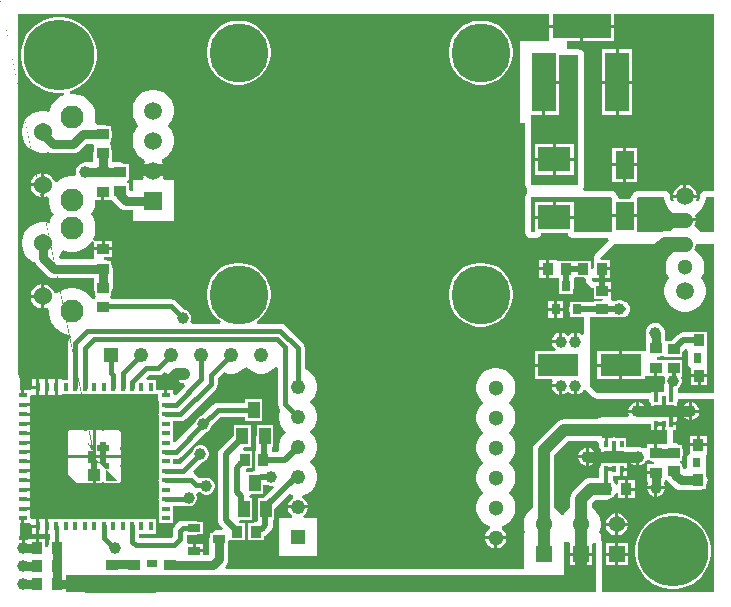
<source format=gtl>
G04*
G04 #@! TF.GenerationSoftware,Altium Limited,Altium Designer,24.5.2 (23)*
G04*
G04 Layer_Physical_Order=1*
G04 Layer_Color=255*
%FSLAX25Y25*%
%MOIN*%
G70*
G04*
G04 #@! TF.SameCoordinates,C9A36013-1EDC-4BB1-827E-2851C72F543B*
G04*
G04*
G04 #@! TF.FilePolarity,Positive*
G04*
G01*
G75*
%ADD19R,0.03150X0.01575*%
%ADD20R,0.01575X0.03150*%
%ADD21R,0.04016X0.03701*%
%ADD22R,0.03701X0.04016*%
%ADD23R,0.03937X0.05512*%
%ADD24R,0.06693X0.04331*%
%ADD25R,0.01378X0.02362*%
%ADD26R,0.03543X0.03937*%
%ADD27R,0.04331X0.02559*%
%ADD28R,0.03937X0.03543*%
%ADD29R,0.13780X0.07284*%
%ADD30R,0.03150X0.03543*%
%ADD31R,0.06102X0.09252*%
%ADD32R,0.11024X0.08465*%
%AMCUSTOMSHAPE61*
4,1,109,0.07875,-0.07874,0.03938,-0.07874,0.03938,-0.03937,0.04931,-0.03937,0.04931,-0.01956,0.04940,-0.01947,0.03941,-0.01947,0.03941,0.01965,0.03938,0.01968,0.04813,0.01968,0.04867,0.02022,0.04867,0.03990,0.03991,0.03990,0.03938,0.03937,0.03938,0.04933,0.03940,0.04936,0.01991,0.04936,0.01969,0.04959,0.01969,0.03937,0.01969,0.03937,0.00983,0.03937,0.00983,0.02016,0.01040,0.01958,0.01892,0.01958,0.01939,0.02006,0.01939,-0.02000,0.01932,-0.01992,0.01001,-0.01992,0.00962,-0.02031,0.00962,-0.03940,0.00964,-0.03937,0.01969,-0.03937,0.01969,-0.07874,-0.01968,-0.07874,-0.01968,-0.03937,-0.01915,-0.03884,-0.00986,-0.03884,-0.00978,-0.03876,-0.00978,-0.01976,-0.01956,-0.01976,-0.01988,-0.01945,-0.01988,0.01934,-0.01963,0.01959,-0.01033,0.01959,-0.00954,0.02037,-0.00954,0.03922,-0.00970,0.03938,-0.01967,0.03938,-0.01968,0.03937,-0.01968,0.04912,-0.01987,0.04931,-0.03942,0.04931,-0.03942,0.03943,-0.04915,0.03943,-0.04921,0.03937,-0.04921,0.01951,-0.03954,0.01951,-0.03937,0.01968,-0.03937,-0.01969,-0.04923,-0.01969,-0.04976,-0.01915,-0.04976,-0.03882,-0.03992,-0.03882,-0.03937,-0.03937,-0.03937,-0.07874,-0.05511,-0.07874,-0.07874,-0.05512,-0.07874,-0.03937,-0.06889,-0.03937,-0.06892,-0.03934,-0.06892,-0.01967,-0.07869,-0.01967,-0.07874,-0.01963,-0.07874,0.01968,-0.07873,0.01969,-0.06882,0.01969,-0.06884,0.01971,-0.06884,0.03937,-0.06890,0.03931,-0.07875,0.03931,-0.07874,0.03932,-0.07874,0.07874,-0.03937,0.07874,-0.03932,0.07870,-0.03932,0.06879,-0.03921,0.06890,-0.01968,0.06890,-0.01963,0.06896,-0.01963,0.07874,-0.01962,0.07874,0.01969,0.07874,0.01968,0.07873,0.01968,0.06884,0.03920,0.06884,0.03939,0.06866,0.03939,0.07844,0.03938,0.07874,0.07875,0.07874,0.07875,0.03937,0.06888,0.03937,0.06888,0.02007,0.06924,0.01971,0.07872,0.01971,0.07872,-0.01966,0.06886,-0.01966,0.06835,-0.01915,0.06835,-0.03884,0.07821,-0.03884,0.07875,-0.03937,0.07875,-0.07874,0.0*%
%ADD61CUSTOMSHAPE61*%

%ADD62C,0.03150*%
%ADD63C,0.01575*%
%ADD64C,0.05906*%
%ADD65C,0.03937*%
%ADD66C,0.01968*%
%ADD67C,0.01378*%
%ADD68C,0.03543*%
%ADD69C,0.05118*%
%ADD70C,0.04803*%
%ADD71R,0.04803X0.04803*%
%ADD72R,0.04803X0.04803*%
%ADD73C,0.05906*%
%ADD74R,0.05906X0.05906*%
%ADD75C,0.05118*%
%ADD76C,0.05394*%
%ADD77R,0.05394X0.05394*%
%ADD78C,0.07677*%
%ADD79C,0.06063*%
%ADD80R,0.19685X0.07874*%
%ADD81R,0.07874X0.19685*%
%ADD82C,0.03937*%
%ADD83C,0.19685*%
%ADD84C,0.23622*%
G36*
X234213Y135831D02*
X231382D01*
X230614Y135679D01*
X229963Y135243D01*
X229528Y134592D01*
X229375Y133824D01*
Y133539D01*
X229188Y132596D01*
X229180Y132578D01*
X228246Y132412D01*
X228173Y132490D01*
X228176Y132494D01*
X228445Y133499D01*
Y133520D01*
X224493D01*
X220540D01*
Y133499D01*
X220809Y132494D01*
X220812Y132490D01*
X220740Y132412D01*
X219805Y132578D01*
X219798Y132596D01*
X219610Y133539D01*
Y133824D01*
X219457Y134592D01*
X219022Y135243D01*
X218371Y135679D01*
X217603Y135831D01*
X208764D01*
X208504Y135780D01*
X208240Y135762D01*
X208123Y135704D01*
X207995Y135679D01*
X207775Y135531D01*
X207538Y135414D01*
X207453Y135316D01*
X207344Y135243D01*
X207197Y135023D01*
X207023Y134824D01*
X206652Y134178D01*
X206610Y134054D01*
X206538Y133946D01*
X206486Y133686D01*
X206402Y133435D01*
X205748Y132978D01*
X202934D01*
X202280Y133435D01*
X202196Y133686D01*
X202144Y133946D01*
X202072Y134054D01*
X202030Y134178D01*
X201659Y134824D01*
X201485Y135023D01*
X201338Y135243D01*
X201230Y135316D01*
X201144Y135414D01*
X200907Y135531D01*
X200687Y135679D01*
X200559Y135704D01*
X200443Y135762D01*
X200179Y135780D01*
X199919Y135831D01*
X190921D01*
X190903Y135850D01*
X190566Y136631D01*
X190831Y137027D01*
X190983Y137795D01*
Y181102D01*
X190831Y181870D01*
X190396Y182522D01*
X189744Y182957D01*
X188976Y183109D01*
X185293D01*
Y185707D01*
X189517D01*
Y190144D01*
X179175D01*
Y185919D01*
X169545D01*
Y158360D01*
X171221D01*
Y137795D01*
X171374Y137027D01*
X171809Y136376D01*
X171937Y136291D01*
Y135329D01*
X171809Y135243D01*
X171374Y134592D01*
X171221Y133824D01*
Y122047D01*
X171374Y121279D01*
X171809Y120628D01*
X172460Y120193D01*
X173228Y120040D01*
X174476D01*
X175243Y120193D01*
X175895Y120628D01*
X176330Y121279D01*
X176467Y121970D01*
X185507D01*
X185645Y121279D01*
X186080Y120628D01*
X186731Y120193D01*
X187499Y120040D01*
X198748D01*
X199079Y119240D01*
X194840Y115001D01*
X194404Y114350D01*
X194252Y113582D01*
X194279Y113443D01*
X194094Y112642D01*
X194094D01*
Y110203D01*
X193515Y109648D01*
X193175Y109715D01*
Y112643D01*
X187874D01*
Y112643D01*
X187583Y112643D01*
Y112643D01*
X182363D01*
X182282Y112643D01*
X181563Y112836D01*
Y112843D01*
X179212D01*
Y109835D01*
Y106827D01*
X181537D01*
X181563Y106827D01*
X182337Y106766D01*
Y104231D01*
X182425Y103563D01*
X182529Y103312D01*
Y101617D01*
X187279D01*
Y103243D01*
X187412Y103563D01*
X187500Y104231D01*
Y106382D01*
X187874Y107027D01*
X190859D01*
X191555Y106342D01*
X191587Y106023D01*
X191597Y105704D01*
X191627Y105636D01*
X191635Y105563D01*
X191787Y105281D01*
X191918Y104990D01*
X192129Y104693D01*
X192288Y104544D01*
X192418Y104369D01*
X192853Y103976D01*
X193147Y103800D01*
X193431Y103610D01*
X193481Y103600D01*
X193525Y103574D01*
X193864Y103524D01*
X194019Y103493D01*
Y99964D01*
X196985D01*
X197097Y99844D01*
X197088Y99734D01*
X196846Y99279D01*
X196498Y99044D01*
X194019D01*
Y98896D01*
X188448D01*
X188376Y98886D01*
X186073D01*
Y97269D01*
X185954Y96983D01*
X185866Y96315D01*
X185954Y95647D01*
X186073Y95361D01*
Y93743D01*
X188376D01*
X188448Y93734D01*
X190906D01*
Y88045D01*
X190106Y87714D01*
X189815Y88005D01*
X189138Y88396D01*
X188492Y88569D01*
Y85630D01*
X187492D01*
Y88569D01*
X186846Y88396D01*
X186169Y88005D01*
X186070Y87906D01*
X185531Y87515D01*
X184993Y87906D01*
X184894Y88005D01*
X184217Y88396D01*
X183571Y88569D01*
Y85630D01*
X183071D01*
Y85130D01*
X180132D01*
X180305Y84484D01*
X180695Y83807D01*
X181248Y83254D01*
X181379Y83179D01*
X181165Y82379D01*
X174361D01*
Y78237D01*
X182250D01*
Y77237D01*
X174361D01*
Y73095D01*
X180011D01*
X180468Y72295D01*
X180305Y72012D01*
X180132Y71366D01*
X183071D01*
Y70866D01*
X183571D01*
Y67927D01*
X184217Y68100D01*
X184894Y68491D01*
X184993Y68590D01*
X185531Y68981D01*
X186070Y68590D01*
X186169Y68491D01*
X186846Y68100D01*
X187492Y67927D01*
Y70866D01*
X188492D01*
Y67927D01*
X189138Y68100D01*
X189815Y68491D01*
X190367Y69043D01*
X190569Y69392D01*
X191434Y69476D01*
X191488Y69457D01*
X191494Y69447D01*
X193749Y67192D01*
X194400Y66757D01*
X195168Y66605D01*
X212474D01*
Y66572D01*
X212649Y65689D01*
X212994Y65172D01*
Y62938D01*
X217341D01*
X221687D01*
Y65172D01*
X222032Y65689D01*
X222208Y66572D01*
Y66605D01*
X234213D01*
Y2007D01*
X196889D01*
Y18387D01*
X196876Y18452D01*
X196885Y18518D01*
X196800Y18834D01*
X196736Y19155D01*
X196699Y19210D01*
X196682Y19274D01*
X196483Y19534D01*
X196439Y19600D01*
Y21319D01*
X196439D01*
X195923Y22119D01*
X196184Y22750D01*
X196439Y24032D01*
Y25338D01*
X196184Y26620D01*
X195684Y27827D01*
X194958Y28914D01*
X194034Y29838D01*
X193379Y30275D01*
Y31829D01*
X194526Y32975D01*
X198136D01*
X199061Y33097D01*
X199923Y33454D01*
X200177Y33649D01*
X200839D01*
Y34252D01*
X201231Y34762D01*
X201389Y35144D01*
X202189Y34985D01*
Y33449D01*
X204461D01*
Y36417D01*
Y39386D01*
X202189D01*
Y38114D01*
X201389Y37955D01*
X201231Y38336D01*
X200839Y38846D01*
Y39186D01*
X200520D01*
X200476Y39220D01*
Y40802D01*
X200787D01*
X201612Y40966D01*
X201658Y40929D01*
Y40929D01*
X202847D01*
Y42117D01*
X202920Y42227D01*
X203096Y43110D01*
X203346D01*
Y43610D01*
X205035D01*
Y44079D01*
X205134D01*
Y45624D01*
X205234Y45682D01*
X206286Y45421D01*
X206839Y44869D01*
X207516Y44478D01*
X208161Y44305D01*
Y47244D01*
X209161D01*
Y44305D01*
X209807Y44478D01*
X210484Y44869D01*
X211037Y45421D01*
X211258Y45805D01*
X211995Y46050D01*
X211995Y46050D01*
X211995Y46050D01*
X212929D01*
X213214Y45832D01*
X213981Y45514D01*
X214082Y45501D01*
X214030Y44701D01*
X211795D01*
Y42429D01*
X214763D01*
Y41429D01*
X211795D01*
Y39158D01*
X211795D01*
X212234Y38357D01*
X212059Y38055D01*
X211886Y37409D01*
X217764D01*
X217591Y38055D01*
X217417Y38357D01*
X217732Y39158D01*
X217781Y39290D01*
X217889Y39347D01*
X218532Y39473D01*
X218919Y38969D01*
X220764Y37124D01*
X221422Y36619D01*
X222188Y36301D01*
X223010Y36193D01*
X228895D01*
X229717Y36301D01*
X230441Y36602D01*
X231466D01*
Y37548D01*
X231646Y37782D01*
X231963Y38548D01*
X232071Y39370D01*
X231963Y40192D01*
X231646Y40958D01*
X231466Y41192D01*
Y42139D01*
X231466D01*
X231339Y42933D01*
X231492Y43701D01*
Y46850D01*
X231380Y47413D01*
X231666Y48213D01*
X231666D01*
Y50681D01*
X228895D01*
X226123D01*
Y48550D01*
X225704Y48270D01*
X225269Y47618D01*
X225116Y46850D01*
Y43805D01*
X224972Y43578D01*
X224446Y43125D01*
X224104Y43183D01*
X223916Y43636D01*
X223540Y44126D01*
Y44973D01*
X223361D01*
X222959Y45497D01*
X222911Y45773D01*
X223027Y45893D01*
X223540D01*
Y47092D01*
X223801Y47721D01*
X223909Y48543D01*
X223801Y49365D01*
X223540Y49995D01*
Y51194D01*
X222464D01*
X222281Y51334D01*
X221515Y51651D01*
X220693Y51759D01*
X220511D01*
Y56123D01*
X221589D01*
Y57804D01*
X219900D01*
Y58804D01*
X221589D01*
Y59273D01*
X221687D01*
Y61938D01*
X217341D01*
X212994D01*
Y60311D01*
X211687D01*
X211225Y61111D01*
X211329Y61291D01*
X211502Y61937D01*
X205624D01*
X205797Y61291D01*
X205901Y61111D01*
X205439Y60311D01*
X196739D01*
X195971Y60158D01*
X195320Y59723D01*
X195289Y59676D01*
X184055D01*
X183130Y59554D01*
X182268Y59197D01*
X181528Y58630D01*
X174800Y51902D01*
X174232Y51161D01*
X173875Y50300D01*
X173753Y49374D01*
Y30275D01*
X173098Y29838D01*
X172174Y28914D01*
X171448Y27827D01*
X170948Y26620D01*
X170693Y25338D01*
Y24032D01*
X170948Y22750D01*
X171210Y22119D01*
X170693Y21319D01*
X170693D01*
Y9824D01*
X71450D01*
X71144Y10564D01*
X71341Y10760D01*
X71846Y11418D01*
X72163Y12184D01*
X72271Y13006D01*
Y18702D01*
X72604Y19365D01*
X73071Y19365D01*
X77905D01*
Y24980D01*
X76311D01*
X75904Y25481D01*
X76222Y26214D01*
X80112D01*
Y33326D01*
X79348D01*
X79224Y34126D01*
X79836Y34873D01*
X79843Y34875D01*
X83852D01*
Y37773D01*
X85550D01*
X86250Y37586D01*
X86979D01*
X87105Y37620D01*
X87519Y36902D01*
X83942Y33326D01*
X82056D01*
Y26214D01*
X81532Y25631D01*
X81051Y25431D01*
X80516Y25021D01*
X80475Y24980D01*
X78825D01*
Y19365D01*
X84125D01*
Y20698D01*
X84161Y20703D01*
X84783Y20961D01*
X85318Y21371D01*
X86471Y22524D01*
X86881Y23059D01*
X87139Y23681D01*
X87227Y24349D01*
Y26214D01*
X87593D01*
Y29675D01*
X92676Y34758D01*
X93579Y34384D01*
X93762Y34348D01*
X93874Y33510D01*
X93340Y33201D01*
X92706Y32568D01*
X92258Y31792D01*
X92041Y30979D01*
X95428D01*
X98816D01*
X98598Y31792D01*
X98150Y32568D01*
X97517Y33201D01*
X96982Y33510D01*
X97095Y34348D01*
X97277Y34384D01*
X98431Y34862D01*
X99469Y35556D01*
X100352Y36439D01*
X101045Y37477D01*
X101523Y38630D01*
X101767Y39855D01*
Y41104D01*
X101523Y42328D01*
X101045Y43482D01*
X100352Y44520D01*
X99940Y44931D01*
X99527Y45479D01*
X99940Y46027D01*
X100352Y46439D01*
X101045Y47477D01*
X101523Y48630D01*
X101767Y49855D01*
Y51104D01*
X101523Y52328D01*
X101045Y53482D01*
X100352Y54520D01*
X99940Y54931D01*
X99527Y55479D01*
X99940Y56027D01*
X100352Y56439D01*
X101045Y57477D01*
X101523Y58630D01*
X101767Y59855D01*
Y61103D01*
X101523Y62328D01*
X101045Y63482D01*
X100352Y64520D01*
X99940Y64931D01*
X99527Y65479D01*
X99940Y66027D01*
X100352Y66439D01*
X101045Y67477D01*
X101523Y68630D01*
X101767Y69855D01*
Y71104D01*
X101523Y72328D01*
X101045Y73482D01*
X100352Y74520D01*
X99469Y75403D01*
X98431Y76096D01*
X97837Y76342D01*
Y83410D01*
X97653Y84332D01*
X97131Y85113D01*
X91352Y90892D01*
X90571Y91414D01*
X89649Y91597D01*
X81927D01*
X81667Y92397D01*
X82642Y93106D01*
X83826Y94290D01*
X84811Y95645D01*
X85571Y97138D01*
X86089Y98731D01*
X86351Y100386D01*
Y102061D01*
X86089Y103715D01*
X85571Y105308D01*
X84811Y106801D01*
X83826Y108156D01*
X82642Y109341D01*
X81286Y110326D01*
X79794Y111086D01*
X78201Y111604D01*
X76546Y111866D01*
X74871D01*
X73216Y111604D01*
X71623Y111086D01*
X70130Y110326D01*
X68775Y109341D01*
X67591Y108156D01*
X66606Y106801D01*
X65846Y105308D01*
X65328Y103715D01*
X65066Y102061D01*
Y100386D01*
X65328Y98731D01*
X65846Y97138D01*
X66606Y95645D01*
X67591Y94290D01*
X68775Y93106D01*
X69750Y92397D01*
X69490Y91597D01*
X60106D01*
X59645Y92397D01*
X59666Y92435D01*
X59855Y93139D01*
Y93868D01*
X59666Y94573D01*
X59302Y95204D01*
X58786Y95719D01*
X58155Y96084D01*
X57824Y96172D01*
X54931Y99065D01*
X54150Y99587D01*
X53228Y99771D01*
X33320D01*
Y99934D01*
X33116D01*
X32745Y100734D01*
X32846Y100854D01*
X33320D01*
Y102052D01*
X33580Y102682D01*
X33689Y103504D01*
Y109843D01*
X33580Y110665D01*
X33280Y111389D01*
Y112414D01*
X32334D01*
X32100Y112594D01*
X31334Y112911D01*
X30933Y112964D01*
X30986Y113764D01*
X33480D01*
Y116035D01*
X30512D01*
X27543D01*
Y113819D01*
X27543Y113764D01*
X27409Y113019D01*
X16009D01*
X15677Y113819D01*
X15814Y113956D01*
X16577Y115098D01*
X17047Y116231D01*
X17937Y115863D01*
X19439Y115564D01*
X20970D01*
X22473Y115863D01*
X23888Y116449D01*
X25161Y117300D01*
X26244Y118383D01*
X26743Y119130D01*
X27543Y118887D01*
Y117035D01*
X30012D01*
Y119307D01*
X27791D01*
X27228Y119976D01*
X27681Y121071D01*
X27980Y122573D01*
Y124105D01*
X27681Y125607D01*
X27095Y127023D01*
X26365Y128116D01*
X27095Y129210D01*
X27681Y130625D01*
X27980Y132127D01*
Y132688D01*
X29887D01*
Y135459D01*
X30887D01*
Y132688D01*
X33355D01*
X33965Y132229D01*
X35802Y130392D01*
X36460Y129887D01*
X37226Y129569D01*
X38049Y129461D01*
X40354D01*
Y125748D01*
X54134D01*
Y139528D01*
X50731D01*
X50475Y140328D01*
X50928Y141112D01*
X51197Y142117D01*
Y142138D01*
X47244D01*
X43291D01*
Y142117D01*
X43561Y141112D01*
X44014Y140328D01*
X43757Y139528D01*
X40354D01*
Y135815D01*
X39380D01*
Y135853D01*
X39272Y136675D01*
X39011Y137305D01*
Y138504D01*
X38558D01*
X38418Y138715D01*
X38773Y139423D01*
X39011D01*
Y140891D01*
X39193Y141330D01*
X39302Y142152D01*
X39193Y142975D01*
X39011Y143414D01*
Y144724D01*
X37947D01*
X37713Y144904D01*
X36947Y145221D01*
X36125Y145329D01*
X33583D01*
Y148347D01*
X33603Y148496D01*
X33495Y149318D01*
X33234Y149948D01*
Y151147D01*
X32989D01*
X32717Y151606D01*
X32989Y152066D01*
X33234D01*
Y153265D01*
X33495Y153894D01*
X33603Y154717D01*
X33495Y155539D01*
X33234Y156168D01*
Y157367D01*
X32146D01*
X32015Y157468D01*
X31249Y157785D01*
X30426Y157894D01*
X28350D01*
X27775Y158694D01*
X27980Y159725D01*
Y161257D01*
X27681Y162759D01*
X27095Y164174D01*
X26244Y165448D01*
X25161Y166531D01*
X23888Y167382D01*
X22473Y167968D01*
X20970Y168267D01*
X19643D01*
X19516Y169067D01*
X20589Y169415D01*
X22358Y170316D01*
X23964Y171483D01*
X25367Y172887D01*
X26534Y174493D01*
X27435Y176261D01*
X28049Y178149D01*
X28359Y180110D01*
Y182095D01*
X28049Y184055D01*
X27435Y185943D01*
X26534Y187712D01*
X25367Y189318D01*
X23964Y190721D01*
X22358Y191888D01*
X20589Y192789D01*
X18701Y193403D01*
X16740Y193713D01*
X14755D01*
X12795Y193403D01*
X10907Y192789D01*
X9138Y191888D01*
X7532Y190721D01*
X6129Y189318D01*
X4962Y187712D01*
X4061Y185943D01*
X3447Y184055D01*
X3137Y182095D01*
Y180110D01*
X3447Y178149D01*
X4061Y176261D01*
X4962Y174493D01*
X6129Y172887D01*
X7532Y171483D01*
X9138Y170316D01*
X10907Y169415D01*
X12795Y168802D01*
X14755Y168491D01*
X16740D01*
X17338Y168586D01*
X17557Y167811D01*
X16522Y167382D01*
X15248Y166531D01*
X14165Y165448D01*
X13314Y164174D01*
X12728Y162759D01*
X12650Y162366D01*
X12434Y162251D01*
X11088Y162519D01*
X9715D01*
X8369Y162251D01*
X7101Y161726D01*
X5959Y160963D01*
X4989Y159992D01*
X4226Y158851D01*
X3701Y157583D01*
X3433Y156237D01*
Y154864D01*
X3701Y153517D01*
X4226Y152249D01*
X4989Y151108D01*
X5959Y150137D01*
X7101Y149375D01*
X8369Y148849D01*
X9715Y148582D01*
X11088D01*
X12176Y148798D01*
X12881Y148506D01*
X13703Y148398D01*
X20552D01*
X21374Y148506D01*
X22140Y148824D01*
X22798Y149328D01*
X25010Y151540D01*
X26981D01*
X27619Y151147D01*
Y149976D01*
X27338Y149299D01*
X27230Y148477D01*
Y145356D01*
X24861D01*
X24656Y145383D01*
X23834Y145275D01*
X23068Y144957D01*
X22410Y144453D01*
X21905Y143795D01*
X21587Y143028D01*
X21479Y142206D01*
X21587Y141384D01*
X21598Y141359D01*
X21022Y140658D01*
X20970Y140668D01*
X19439D01*
X17937Y140369D01*
X16522Y139783D01*
X15248Y138932D01*
X15138Y138823D01*
X14246Y139062D01*
X14158Y139390D01*
X13627Y140309D01*
X12877Y141060D01*
X11958Y141590D01*
X10932Y141865D01*
X10902D01*
Y137834D01*
Y133802D01*
X10932D01*
X11682Y134003D01*
X11994Y133859D01*
X12286Y133623D01*
X12429Y133425D01*
Y132127D01*
X12728Y130625D01*
X13314Y129210D01*
X14045Y128116D01*
X13314Y127023D01*
X12728Y125607D01*
X12650Y125214D01*
X12434Y125099D01*
X11088Y125367D01*
X9715D01*
X8369Y125099D01*
X7101Y124574D01*
X5959Y123811D01*
X4989Y122841D01*
X4226Y121699D01*
X3701Y120431D01*
X3433Y119085D01*
Y117712D01*
X3701Y116366D01*
X4226Y115098D01*
X4989Y113956D01*
X5959Y112986D01*
X7101Y112223D01*
X7685Y111981D01*
X8155Y111368D01*
X11927Y107596D01*
X12585Y107091D01*
X13351Y106774D01*
X14173Y106666D01*
X27335D01*
Y103504D01*
X27443Y102682D01*
X27704Y102052D01*
Y100854D01*
X28177D01*
X28278Y100734D01*
X27907Y99934D01*
X27704D01*
Y99934D01*
X26904Y99710D01*
X26244Y100698D01*
X25161Y101781D01*
X23888Y102632D01*
X22473Y103218D01*
X20970Y103516D01*
X19439D01*
X17937Y103218D01*
X16522Y102632D01*
X15248Y101781D01*
X15138Y101671D01*
X14246Y101910D01*
X14158Y102238D01*
X13627Y103157D01*
X12877Y103908D01*
X11958Y104439D01*
X10932Y104713D01*
X10902D01*
Y100682D01*
Y96650D01*
X10932D01*
X11682Y96851D01*
X11994Y96707D01*
X12286Y96471D01*
X12429Y96273D01*
Y94975D01*
X12728Y93473D01*
X13314Y92058D01*
X14165Y90784D01*
X15248Y89701D01*
X16522Y88850D01*
X17937Y88264D01*
X19439Y87965D01*
X19538D01*
X19844Y87226D01*
X19557Y86939D01*
X19035Y86158D01*
X18851Y85236D01*
Y72847D01*
X16748D01*
Y73047D01*
X15461D01*
Y70473D01*
Y67898D01*
X16748D01*
Y68098D01*
X21091D01*
X21260Y68064D01*
X21429Y68098D01*
X24240D01*
X24409Y68064D01*
X24579Y68098D01*
X33689D01*
X33858Y68064D01*
X34028Y68098D01*
X36838D01*
X37008Y68064D01*
X37177Y68098D01*
X39988D01*
X40157Y68064D01*
X40327Y68098D01*
X48044D01*
Y68098D01*
X48803Y67999D01*
Y65929D01*
X49003D01*
Y64736D01*
X48970Y64567D01*
X49003Y64398D01*
Y61587D01*
X48970Y61417D01*
X49003Y61248D01*
Y56680D01*
Y53531D01*
Y48988D01*
X48970Y48819D01*
X49003Y48650D01*
Y47232D01*
Y42689D01*
X48970Y42520D01*
X49003Y42350D01*
Y39539D01*
X48970Y39370D01*
X49003Y39201D01*
Y37783D01*
Y33240D01*
X48970Y33071D01*
X49003Y32901D01*
Y28334D01*
Y25184D01*
X53753D01*
Y28334D01*
Y30662D01*
X58661D01*
X58831Y30696D01*
X59420D01*
X60124Y30885D01*
X60755Y31249D01*
X61270Y31765D01*
X61635Y32396D01*
X61824Y33100D01*
Y33829D01*
X61635Y34533D01*
X61570Y34645D01*
X62032Y35445D01*
X63002D01*
X63261Y35186D01*
X63892Y34822D01*
X64596Y34633D01*
X65325D01*
X66029Y34822D01*
X66660Y35186D01*
X67176Y35702D01*
X67541Y36333D01*
X67729Y37037D01*
Y37766D01*
X67541Y38470D01*
X67176Y39101D01*
X66660Y39617D01*
X66029Y39981D01*
X65325Y40170D01*
X64971D01*
X64509Y40262D01*
X62357D01*
X61546Y41073D01*
X60843Y41542D01*
X60707Y41782D01*
X60531Y42361D01*
X63730Y45560D01*
X64061Y45649D01*
X64692Y46013D01*
X65207Y46528D01*
X65572Y47160D01*
X65761Y47864D01*
Y48593D01*
X65572Y49297D01*
X65207Y49928D01*
X64692Y50444D01*
X64061Y50808D01*
X63357Y50997D01*
X62628D01*
X61923Y50808D01*
X61292Y50444D01*
X60777Y49928D01*
X60412Y49297D01*
X60324Y48966D01*
X56286Y44928D01*
X53753D01*
Y46410D01*
X54724D01*
X55646Y46594D01*
X56428Y47116D01*
X64714Y55402D01*
X65045Y55491D01*
X65676Y55856D01*
X66192Y56371D01*
X66556Y57002D01*
X66645Y57333D01*
X69747Y60435D01*
X77945D01*
Y59288D01*
X83482D01*
Y66399D01*
X77945D01*
Y65252D01*
X68749D01*
X67827Y65069D01*
X67046Y64547D01*
X63239Y60739D01*
X62908Y60651D01*
X62277Y60286D01*
X61761Y59771D01*
X61397Y59140D01*
X61308Y58808D01*
X54492Y51992D01*
X53753Y52299D01*
Y56680D01*
Y59009D01*
X56315D01*
X57237Y59192D01*
X58018Y59714D01*
X68042Y69738D01*
X68564Y70519D01*
X68747Y71441D01*
Y73375D01*
X70826Y75453D01*
X71420Y75207D01*
X72644Y74964D01*
X73893D01*
X75117Y75207D01*
X76271Y75685D01*
X77309Y76379D01*
X77720Y76790D01*
X78268Y77204D01*
X78816Y76790D01*
X79228Y76379D01*
X80266Y75685D01*
X81420Y75207D01*
X82644Y74964D01*
X83893D01*
X85117Y75207D01*
X86271Y75685D01*
X87309Y76379D01*
X88031Y77100D01*
X88831Y76872D01*
Y64668D01*
X89014Y63747D01*
X89536Y62965D01*
X89579Y62922D01*
X89333Y62328D01*
X89090Y61103D01*
Y59855D01*
X89333Y58630D01*
X89811Y57477D01*
X90505Y56439D01*
X90916Y56027D01*
X91330Y55479D01*
X90916Y54931D01*
X90505Y54520D01*
X89811Y53482D01*
X89333Y52328D01*
X89090Y51104D01*
Y49855D01*
X89177Y49413D01*
X88670Y48795D01*
X86751D01*
Y50626D01*
X87222D01*
Y57738D01*
X81685D01*
Y54587D01*
X81676Y54566D01*
X81588Y53898D01*
Y49022D01*
X81235D01*
Y43406D01*
X81235Y43406D01*
X81209Y42617D01*
X80778Y42438D01*
X80243Y42028D01*
X80202Y41987D01*
X78316D01*
Y41987D01*
X78243Y42010D01*
X78021Y42920D01*
X78033Y42932D01*
X78089Y42955D01*
X78624Y43365D01*
X78665Y43406D01*
X80315D01*
Y49022D01*
X77635D01*
X77128Y49822D01*
X77279Y50175D01*
X77814Y50585D01*
X77855Y50626D01*
X79742D01*
Y57738D01*
X74205D01*
Y54431D01*
X73950Y54236D01*
X69576Y49862D01*
X69166Y49327D01*
X68908Y48705D01*
X68820Y48037D01*
Y26183D01*
X68908Y25515D01*
X69166Y24893D01*
X69576Y24358D01*
X70596Y23338D01*
X70143Y22660D01*
X69917Y22754D01*
X69095Y22862D01*
X68272Y22754D01*
X67506Y22436D01*
X66848Y21931D01*
X66720Y21765D01*
X66129D01*
Y20756D01*
X66026Y20507D01*
X65918Y19685D01*
Y14338D01*
X63992D01*
Y15405D01*
X60827D01*
Y15905D01*
X60327D01*
Y18185D01*
X58830D01*
X58372Y18985D01*
X58511Y19685D01*
Y21056D01*
X60827D01*
X61748Y21239D01*
X61966Y21385D01*
X63792D01*
Y25544D01*
X61966D01*
X61748Y25690D01*
X60827Y25873D01*
X57025D01*
X56103Y25690D01*
X55322Y25168D01*
X54399Y24245D01*
X53877Y23464D01*
X53694Y22542D01*
Y20683D01*
X53136Y20125D01*
X42566D01*
Y21641D01*
X48044D01*
Y26391D01*
X40327D01*
X40157Y26424D01*
X39988Y26391D01*
X30878D01*
X30709Y26424D01*
X30539Y26391D01*
X13598D01*
Y26591D01*
X12311D01*
Y24016D01*
Y21441D01*
X12751D01*
Y19465D01*
X12651D01*
Y18518D01*
X12471Y18284D01*
X12154Y17518D01*
X12101Y17118D01*
X11301Y17170D01*
Y19665D01*
X9030D01*
Y16696D01*
X8030D01*
Y19665D01*
X5758D01*
X5758Y19665D01*
X4958Y19532D01*
X4437Y19671D01*
Y16732D01*
X3437D01*
Y19671D01*
X2973Y19547D01*
X2560Y19967D01*
X2446Y20199D01*
X2642Y20492D01*
X2795Y21260D01*
Y24984D01*
X3240D01*
Y26772D01*
X4240D01*
Y24984D01*
X6315D01*
X6776Y24516D01*
X8161D01*
Y26591D01*
X6874D01*
X6315Y27159D01*
Y29421D01*
X3740D01*
Y30421D01*
X6315D01*
Y31284D01*
Y32571D01*
X3740D01*
Y33571D01*
X6315D01*
Y34433D01*
Y35721D01*
X3740D01*
Y36720D01*
X6315D01*
Y37583D01*
Y38870D01*
X3740D01*
Y39870D01*
X6315D01*
Y40732D01*
Y42020D01*
X3740D01*
Y43020D01*
X6315D01*
Y43882D01*
Y45169D01*
X3740D01*
Y46169D01*
X6315D01*
Y47032D01*
Y48319D01*
X3740D01*
Y49319D01*
X6315D01*
Y50181D01*
Y51468D01*
X3740D01*
Y52469D01*
X6315D01*
Y53331D01*
Y54618D01*
X3740D01*
Y55618D01*
X6315D01*
Y56480D01*
Y57768D01*
X3740D01*
Y58768D01*
X6315D01*
Y59630D01*
Y60917D01*
X3740D01*
Y61917D01*
X6315D01*
Y62779D01*
Y64067D01*
X3740D01*
Y65067D01*
X6315D01*
Y67329D01*
X6874Y67898D01*
X7115Y67898D01*
X8161D01*
Y69972D01*
X6776D01*
X6315Y69504D01*
X6074Y69504D01*
X4240D01*
Y67716D01*
X3240D01*
Y69504D01*
X2795D01*
Y73228D01*
X2642Y73996D01*
X2207Y74648D01*
X2007Y74781D01*
Y194843D01*
X179175D01*
Y191144D01*
X200860D01*
Y194843D01*
X234213D01*
Y135831D01*
D02*
G37*
G36*
X188976Y137795D02*
X173228D01*
Y161297D01*
X176919D01*
Y172140D01*
X177419D01*
Y172640D01*
X182356D01*
Y181102D01*
X188976D01*
Y137795D01*
D02*
G37*
G36*
X234213Y122047D02*
X229783D01*
X229538Y122413D01*
X228634Y123318D01*
X227570Y124028D01*
X227499Y124235D01*
X227809Y124772D01*
X228043Y125646D01*
X224493D01*
X220942D01*
X221176Y124772D01*
X221486Y124235D01*
X221416Y124028D01*
X220352Y123318D01*
X219475Y122441D01*
X217681D01*
X217681Y122441D01*
X216602Y122299D01*
X215994Y122047D01*
X208392D01*
Y127052D01*
X204341D01*
X200290D01*
Y122047D01*
X187499D01*
Y126503D01*
X174476D01*
Y122047D01*
X173228D01*
Y133824D01*
X199919D01*
X200290Y133178D01*
Y128052D01*
X204341D01*
X208392D01*
Y133178D01*
X208764Y133824D01*
X217603D01*
Y133341D01*
X217868Y132010D01*
X218387Y130756D01*
X219141Y129628D01*
X220101Y128668D01*
X221229Y127914D01*
X221294Y127723D01*
X221176Y127520D01*
X220942Y126646D01*
X224493D01*
X228043D01*
X227809Y127520D01*
X227691Y127723D01*
X227756Y127914D01*
X228885Y128668D01*
X229844Y129628D01*
X230598Y130756D01*
X231118Y132010D01*
X231382Y133341D01*
Y133824D01*
X234213D01*
Y122047D01*
D02*
G37*
G36*
Y68612D02*
X222208D01*
Y70071D01*
X222232Y70095D01*
X222232Y70095D01*
X222316Y70220D01*
X222815Y70720D01*
X223180Y71351D01*
X223369Y72056D01*
Y72785D01*
X223193Y73441D01*
X223187Y73504D01*
X223540Y74241D01*
X223540D01*
Y79542D01*
X218514D01*
X217732Y79585D01*
X217142Y79585D01*
X215238D01*
X215185Y80385D01*
X215586Y80437D01*
X216352Y80755D01*
X216586Y80934D01*
X217320D01*
X217924Y80462D01*
X217924Y80462D01*
X217924Y80462D01*
X223540D01*
Y82112D01*
X224578Y83151D01*
X225029Y83097D01*
X225182Y82936D01*
X225549Y82276D01*
X225442Y81734D01*
Y78585D01*
X225594Y77817D01*
X226029Y77165D01*
X226449Y76885D01*
Y74754D01*
X229220D01*
X231992D01*
Y77222D01*
X231992D01*
X231706Y78022D01*
X231818Y78585D01*
Y81734D01*
X231665Y82502D01*
X231792Y83297D01*
X231792D01*
Y85993D01*
X231802Y86065D01*
X231792Y86137D01*
Y88833D01*
X226649D01*
Y88646D01*
X223842D01*
X223174Y88558D01*
X222552Y88300D01*
X222017Y87890D01*
X219890Y85763D01*
X217924D01*
X217842Y86528D01*
Y88484D01*
X217734Y89307D01*
X217416Y90073D01*
X216912Y90731D01*
X216813Y90829D01*
X216155Y91334D01*
X215389Y91651D01*
X214567Y91760D01*
X213745Y91651D01*
X212979Y91334D01*
X212321Y90829D01*
X211816Y90171D01*
X211498Y89405D01*
X211390Y88583D01*
X211488Y87836D01*
Y83604D01*
X211577Y82932D01*
X211107Y82499D01*
X210898Y82379D01*
X203616D01*
Y77737D01*
Y73095D01*
X211006D01*
Y74014D01*
X211795Y74041D01*
X211806Y74041D01*
X214263D01*
Y76813D01*
X215263D01*
Y74041D01*
X217415Y74041D01*
X217668Y73810D01*
X217982Y73345D01*
X217831Y72785D01*
Y72056D01*
X217841Y72021D01*
X217767Y71911D01*
X217592Y71027D01*
Y69086D01*
X217341Y68880D01*
X216516Y68716D01*
X216471Y68753D01*
Y68753D01*
X213093D01*
Y68612D01*
X195168D01*
X192913Y70866D01*
Y93734D01*
X194715D01*
X195071Y93687D01*
X196701D01*
X197129Y93743D01*
X199635D01*
Y93876D01*
X201961D01*
X202293Y93787D01*
X203022D01*
X203355Y93876D01*
X203740D01*
X204408Y93963D01*
X205031Y94221D01*
X205565Y94632D01*
X205976Y95166D01*
X206233Y95789D01*
X206321Y96457D01*
X206233Y97125D01*
X205976Y97747D01*
X205565Y98282D01*
X205031Y98692D01*
X204408Y98950D01*
X203940Y99011D01*
X203726Y99135D01*
X203022Y99323D01*
X202293D01*
X201589Y99135D01*
X201421Y99038D01*
X200014D01*
X199835Y99764D01*
X199835Y99838D01*
Y102114D01*
X196827D01*
Y102614D01*
X196327D01*
Y105464D01*
X194199D01*
X193764Y105858D01*
X193553Y106154D01*
X193601Y106663D01*
X193894Y106827D01*
X196245D01*
Y109835D01*
X196745D01*
Y110335D01*
X199595D01*
Y112843D01*
X196565D01*
X196259Y113582D01*
X200787Y118110D01*
X220934D01*
Y117803D01*
X221176Y116898D01*
X221486Y116361D01*
X221416Y116154D01*
X220352Y115444D01*
X219447Y114539D01*
X218736Y113475D01*
X218246Y112293D01*
X217997Y111038D01*
Y109758D01*
X218246Y108503D01*
X218736Y107321D01*
X219074Y106815D01*
X218387Y105787D01*
X217868Y104533D01*
X217603Y103202D01*
Y101845D01*
X217868Y100514D01*
X218387Y99260D01*
X219141Y98132D01*
X220101Y97172D01*
X221229Y96418D01*
X222483Y95899D01*
X223814Y95634D01*
X225171D01*
X226502Y95899D01*
X227756Y96418D01*
X228885Y97172D01*
X229844Y98132D01*
X230598Y99260D01*
X231118Y100514D01*
X231382Y101845D01*
Y103202D01*
X231118Y104533D01*
X230598Y105787D01*
X229911Y106815D01*
X230249Y107321D01*
X230739Y108503D01*
X230989Y109758D01*
Y111038D01*
X230739Y112293D01*
X230249Y113475D01*
X229538Y114539D01*
X228634Y115444D01*
X227570Y116154D01*
X227499Y116361D01*
X227809Y116898D01*
X228052Y117803D01*
Y118110D01*
X234213D01*
Y68612D01*
D02*
G37*
G36*
X229811Y78585D02*
X227449D01*
Y81734D01*
X229811D01*
Y78585D01*
D02*
G37*
G36*
X51420Y75207D02*
X52644Y74964D01*
X53893D01*
X53940Y74973D01*
X54558Y74466D01*
Y74328D01*
X54761Y73573D01*
X55152Y72896D01*
X55704Y72343D01*
X56381Y71953D01*
X57136Y71750D01*
X57370D01*
X57702Y70950D01*
X54692Y67940D01*
X53953Y68247D01*
Y69504D01*
X51878D01*
Y67716D01*
X50878D01*
Y69504D01*
X48803D01*
Y69504D01*
X48044Y69603D01*
Y72847D01*
X45243D01*
X44937Y73586D01*
X45714Y74363D01*
X48738D01*
X49660Y74546D01*
X50441Y75069D01*
X50826Y75453D01*
X51420Y75207D01*
D02*
G37*
G36*
X217767Y57421D02*
X217841Y57311D01*
Y56123D01*
X218504D01*
Y51394D01*
X215264D01*
Y48622D01*
X214264D01*
Y51394D01*
X211795D01*
Y50197D01*
X210278D01*
X209535Y50504D01*
X208661Y50619D01*
X204835D01*
Y53359D01*
X201897D01*
X201671Y53510D01*
X200787Y53686D01*
X199962Y53522D01*
X199917Y53559D01*
Y53559D01*
X198728D01*
Y52371D01*
X198655Y52261D01*
X198479Y51378D01*
X197728D01*
Y53559D01*
X196739D01*
Y58304D01*
X213093D01*
Y56123D01*
X214282D01*
Y58304D01*
X215282D01*
Y56123D01*
X216841D01*
Y58304D01*
X217591D01*
X217767Y57421D01*
D02*
G37*
G36*
X229485Y43701D02*
X227123D01*
Y46850D01*
X229485D01*
Y43701D01*
D02*
G37*
G36*
X195320Y52140D02*
X195721Y51872D01*
Y51378D01*
X195874Y50610D01*
X196309Y49959D01*
X196441Y49871D01*
Y47744D01*
X200787D01*
Y46744D01*
X196441D01*
Y44540D01*
X196036Y43933D01*
X195860Y43050D01*
Y40123D01*
X193045D01*
X193045Y40123D01*
X192120Y40001D01*
X191258Y39644D01*
X190518Y39076D01*
X190518Y39076D01*
X187278Y35836D01*
X186710Y35096D01*
X186353Y34234D01*
X186231Y33309D01*
Y30275D01*
X185576Y29838D01*
X184652Y28914D01*
X184016Y27962D01*
X183566Y27887D01*
X183116Y27962D01*
X182480Y28914D01*
X181556Y29838D01*
X180901Y30275D01*
Y47894D01*
X185536Y52529D01*
X195061D01*
X195320Y52140D01*
D02*
G37*
G36*
X48444Y10571D02*
X45294D01*
Y12933D01*
X48444D01*
Y10571D01*
D02*
G37*
G36*
X186108Y18382D02*
X186108Y17901D01*
Y15185D01*
X189805D01*
X193502D01*
X193502Y18184D01*
X194205Y18617D01*
X194882Y18387D01*
Y2007D01*
X37338D01*
X36611Y2183D01*
Y4533D01*
X33603D01*
X30595D01*
Y2183D01*
X29868Y2007D01*
X17994D01*
Y4270D01*
X15223D01*
Y5269D01*
X17994D01*
Y7738D01*
X18761Y7817D01*
X30595D01*
Y5533D01*
X33603D01*
X36611D01*
Y7817D01*
X184055D01*
Y18701D01*
X185441D01*
X186108Y18382D01*
D02*
G37*
%LPC*%
G36*
X200860Y190144D02*
X190517D01*
Y185707D01*
X200860D01*
Y190144D01*
D02*
G37*
G36*
X206765Y182982D02*
X202328D01*
Y172640D01*
X206765D01*
Y182982D01*
D02*
G37*
G36*
X201328D02*
X196891D01*
Y172640D01*
X201328D01*
Y182982D01*
D02*
G37*
G36*
X157255Y192574D02*
X155579D01*
X153925Y192312D01*
X152332Y191795D01*
X150839Y191034D01*
X149484Y190050D01*
X148299Y188865D01*
X147315Y187510D01*
X146554Y186017D01*
X146037Y184424D01*
X145774Y182769D01*
Y181094D01*
X146037Y179440D01*
X146554Y177847D01*
X147315Y176354D01*
X148299Y174999D01*
X149484Y173814D01*
X150839Y172829D01*
X152332Y172069D01*
X153925Y171551D01*
X155579Y171289D01*
X157255D01*
X158909Y171551D01*
X160502Y172069D01*
X161995Y172829D01*
X163350Y173814D01*
X164535Y174999D01*
X165519Y176354D01*
X166280Y177847D01*
X166797Y179440D01*
X167060Y181094D01*
Y182769D01*
X166797Y184424D01*
X166280Y186017D01*
X165519Y187510D01*
X164535Y188865D01*
X163350Y190050D01*
X161995Y191034D01*
X160502Y191795D01*
X158909Y192312D01*
X157255Y192574D01*
D02*
G37*
G36*
X76546D02*
X74871D01*
X73216Y192312D01*
X71623Y191795D01*
X70130Y191034D01*
X68775Y190050D01*
X67591Y188865D01*
X66606Y187510D01*
X65846Y186017D01*
X65328Y184424D01*
X65066Y182769D01*
Y181094D01*
X65328Y179440D01*
X65846Y177847D01*
X66606Y176354D01*
X67591Y174999D01*
X68775Y173814D01*
X70130Y172829D01*
X71623Y172069D01*
X73216Y171551D01*
X74871Y171289D01*
X76546D01*
X78201Y171551D01*
X79794Y172069D01*
X81286Y172829D01*
X82642Y173814D01*
X83826Y174999D01*
X84811Y176354D01*
X85571Y177847D01*
X86089Y179440D01*
X86351Y181094D01*
Y182769D01*
X86089Y184424D01*
X85571Y186017D01*
X84811Y187510D01*
X83826Y188865D01*
X82642Y190050D01*
X81286Y191034D01*
X79794Y191795D01*
X78201Y192312D01*
X76546Y192574D01*
D02*
G37*
G36*
X206765Y171640D02*
X202328D01*
Y161297D01*
X206765D01*
Y171640D01*
D02*
G37*
G36*
X201328D02*
X196891D01*
Y161297D01*
X201328D01*
Y171640D01*
D02*
G37*
G36*
X208392Y150107D02*
X204841D01*
Y144981D01*
X208392D01*
Y150107D01*
D02*
G37*
G36*
X203841D02*
X200290D01*
Y144981D01*
X203841D01*
Y150107D01*
D02*
G37*
G36*
X47923Y169528D02*
X46565D01*
X45234Y169263D01*
X43981Y168743D01*
X42852Y167989D01*
X41892Y167030D01*
X41138Y165901D01*
X40619Y164647D01*
X40354Y163316D01*
Y161959D01*
X40619Y160628D01*
X41138Y159374D01*
X41892Y158246D01*
X42500Y157638D01*
X41892Y157030D01*
X41138Y155901D01*
X40619Y154648D01*
X40354Y153316D01*
Y151959D01*
X40619Y150628D01*
X41138Y149374D01*
X41892Y148246D01*
X42852Y147286D01*
X43981Y146532D01*
X44316Y146393D01*
X44477Y145461D01*
X44081Y145065D01*
X43561Y144164D01*
X43291Y143158D01*
Y143138D01*
X47244D01*
X51197D01*
Y143158D01*
X50928Y144164D01*
X50407Y145065D01*
X50011Y145461D01*
X50172Y146393D01*
X50508Y146532D01*
X51636Y147286D01*
X52596Y148246D01*
X53350Y149374D01*
X53869Y150628D01*
X54134Y151959D01*
Y153316D01*
X53869Y154648D01*
X53350Y155901D01*
X52596Y157030D01*
X51988Y157638D01*
X52596Y158246D01*
X53350Y159374D01*
X53869Y160628D01*
X54134Y161959D01*
Y163316D01*
X53869Y164647D01*
X53350Y165901D01*
X52596Y167030D01*
X51636Y167989D01*
X50508Y168743D01*
X49254Y169263D01*
X47923Y169528D01*
D02*
G37*
G36*
X208392Y143981D02*
X204841D01*
Y138855D01*
X208392D01*
Y143981D01*
D02*
G37*
G36*
X203841D02*
X200290D01*
Y138855D01*
X203841D01*
Y143981D01*
D02*
G37*
G36*
X9901Y141865D02*
X9871D01*
X8845Y141590D01*
X7926Y141060D01*
X7175Y140309D01*
X6645Y139390D01*
X6370Y138364D01*
Y138334D01*
X9901D01*
Y141865D01*
D02*
G37*
G36*
X225013Y137972D02*
X224993D01*
Y134520D01*
X228445D01*
Y134540D01*
X228176Y135546D01*
X227656Y136447D01*
X226920Y137183D01*
X226018Y137703D01*
X225013Y137972D01*
D02*
G37*
G36*
X223993D02*
X223972D01*
X222967Y137703D01*
X222066Y137183D01*
X221330Y136447D01*
X220809Y135546D01*
X220540Y134540D01*
Y134520D01*
X223993D01*
Y137972D01*
D02*
G37*
G36*
X9901Y137334D02*
X6370D01*
Y137303D01*
X6645Y136277D01*
X7175Y135358D01*
X7926Y134608D01*
X8845Y134077D01*
X9871Y133802D01*
X9901D01*
Y137334D01*
D02*
G37*
G36*
X33480Y119307D02*
X31012D01*
Y117035D01*
X33480D01*
Y119307D01*
D02*
G37*
G36*
X178212Y112843D02*
X175862D01*
Y110335D01*
X178212D01*
Y112843D01*
D02*
G37*
G36*
Y109335D02*
X175862D01*
Y106827D01*
X178212D01*
Y109335D01*
D02*
G37*
G36*
X9901Y104713D02*
X9871D01*
X8845Y104439D01*
X7926Y103908D01*
X7175Y103157D01*
X6645Y102238D01*
X6370Y101213D01*
Y101182D01*
X9901D01*
Y104713D01*
D02*
G37*
G36*
X183936Y99086D02*
X181861D01*
Y96815D01*
X183936D01*
Y99086D01*
D02*
G37*
G36*
X180861D02*
X178786D01*
Y96815D01*
X180861D01*
Y99086D01*
D02*
G37*
G36*
X9901Y100182D02*
X6370D01*
Y100151D01*
X6645Y99126D01*
X7175Y98207D01*
X7926Y97456D01*
X8845Y96925D01*
X9871Y96650D01*
X9901D01*
Y100182D01*
D02*
G37*
G36*
X183936Y95815D02*
X181861D01*
Y93543D01*
X183936D01*
Y95815D01*
D02*
G37*
G36*
X180861D02*
X178786D01*
Y93543D01*
X180861D01*
Y95815D01*
D02*
G37*
G36*
X157255Y111866D02*
X155579D01*
X153925Y111604D01*
X152332Y111086D01*
X150839Y110326D01*
X149484Y109341D01*
X148299Y108156D01*
X147315Y106801D01*
X146554Y105308D01*
X146037Y103715D01*
X145774Y102061D01*
Y100386D01*
X146037Y98731D01*
X146554Y97138D01*
X147315Y95645D01*
X148299Y94290D01*
X149484Y93106D01*
X150839Y92121D01*
X152332Y91360D01*
X153925Y90843D01*
X155579Y90581D01*
X157255D01*
X158909Y90843D01*
X160502Y91360D01*
X161995Y92121D01*
X163350Y93106D01*
X164535Y94290D01*
X165519Y95645D01*
X166280Y97138D01*
X166797Y98731D01*
X167060Y100386D01*
Y102061D01*
X166797Y103715D01*
X166280Y105308D01*
X165519Y106801D01*
X164535Y108156D01*
X163350Y109341D01*
X161995Y110326D01*
X160502Y111086D01*
X158909Y111604D01*
X157255Y111866D01*
D02*
G37*
G36*
X182571Y88569D02*
X181925Y88396D01*
X181248Y88005D01*
X180695Y87453D01*
X180305Y86776D01*
X180132Y86130D01*
X182571D01*
Y88569D01*
D02*
G37*
G36*
X8161Y73047D02*
X6874D01*
Y70973D01*
X8161D01*
Y73047D01*
D02*
G37*
G36*
X182571Y70366D02*
X180132D01*
X180305Y69720D01*
X180695Y69043D01*
X181248Y68491D01*
X181925Y68100D01*
X182571Y67927D01*
Y70366D01*
D02*
G37*
G36*
X14461Y73047D02*
X12311D01*
Y70473D01*
Y67898D01*
X14461D01*
Y70473D01*
Y73047D01*
D02*
G37*
G36*
X11311D02*
X9161D01*
Y70473D01*
Y67898D01*
X11311D01*
Y70473D01*
Y73047D01*
D02*
G37*
G36*
X226780Y65376D02*
Y62937D01*
X229219D01*
X229046Y63583D01*
X228655Y64260D01*
X228102Y64812D01*
X227426Y65203D01*
X226780Y65376D01*
D02*
G37*
G36*
X225780D02*
X225134Y65203D01*
X224457Y64812D01*
X223904Y64260D01*
X223514Y63583D01*
X223340Y62937D01*
X225780D01*
Y65376D01*
D02*
G37*
G36*
X209063D02*
Y62937D01*
X211502D01*
X211329Y63583D01*
X210939Y64260D01*
X210386Y64812D01*
X209709Y65203D01*
X209063Y65376D01*
D02*
G37*
G36*
X208063D02*
X207417Y65203D01*
X206740Y64812D01*
X206188Y64260D01*
X205797Y63583D01*
X205624Y62937D01*
X208063D01*
Y65376D01*
D02*
G37*
G36*
X229219Y61937D02*
X226780D01*
Y59498D01*
X227426Y59671D01*
X228102Y60062D01*
X228655Y60614D01*
X229046Y61291D01*
X229219Y61937D01*
D02*
G37*
G36*
X225780D02*
X223340D01*
X223514Y61291D01*
X223904Y60614D01*
X224457Y60062D01*
X225134Y59671D01*
X225780Y59498D01*
Y61937D01*
D02*
G37*
G36*
X35434Y56138D02*
X31497D01*
X31479Y56134D01*
X31461Y56137D01*
X31284Y56095D01*
X31106Y56060D01*
X31091Y56050D01*
X31074Y56046D01*
X31073Y56046D01*
X30475Y55896D01*
X30394Y55911D01*
X29976Y56025D01*
X29948Y56040D01*
X29918Y56060D01*
X29528Y56138D01*
X28059D01*
Y47744D01*
X36450D01*
Y49215D01*
X36373Y49605D01*
X36152Y49936D01*
X36155Y50460D01*
X36376Y50791D01*
X36453Y51181D01*
Y55118D01*
X36376Y55508D01*
X36155Y55839D01*
X35824Y56060D01*
X35434Y56138D01*
D02*
G37*
G36*
X25596Y56138D02*
X25206Y56060D01*
X24876Y55839D01*
X24343Y55839D01*
X24013Y56060D01*
X23623Y56138D01*
X19686D01*
X19295Y56060D01*
X18965Y55839D01*
X18744Y55508D01*
X18666Y55118D01*
Y51180D01*
X18665Y51175D01*
X18743Y50785D01*
X18964Y50454D01*
X18965Y49933D01*
X18744Y49603D01*
X18666Y49213D01*
Y47744D01*
X27059D01*
Y56138D01*
X25597D01*
X25596Y56138D01*
D02*
G37*
G36*
X231666Y54150D02*
X229395D01*
Y51681D01*
X231666D01*
Y54150D01*
D02*
G37*
G36*
X228395D02*
X226123D01*
Y51681D01*
X228395D01*
Y54150D01*
D02*
G37*
G36*
X205035Y42610D02*
X203847D01*
Y40929D01*
X205035D01*
Y42610D01*
D02*
G37*
G36*
X36450Y46744D02*
X28059D01*
Y38350D01*
X29528D01*
X29918Y38428D01*
X30249Y38649D01*
X30776D01*
X31106Y38428D01*
X31497Y38350D01*
X35434D01*
X35824Y38428D01*
X36155Y38649D01*
X36376Y38980D01*
X36453Y39370D01*
Y43307D01*
X36376Y43697D01*
X36155Y44028D01*
X36152Y44557D01*
X36373Y44888D01*
X36450Y45278D01*
Y46744D01*
D02*
G37*
G36*
X27059D02*
X18666D01*
Y45281D01*
X18744Y44891D01*
X18965Y44560D01*
Y44028D01*
X18744Y43697D01*
X18666Y43307D01*
Y41732D01*
X18744Y41342D01*
X18965Y41011D01*
X21327Y38649D01*
X21658Y38428D01*
X22048Y38350D01*
X23623D01*
X24013Y38428D01*
X24343Y38649D01*
X24870D01*
X25201Y38428D01*
X25591Y38350D01*
X27059D01*
Y46744D01*
D02*
G37*
G36*
X207732Y39386D02*
X205461D01*
Y36917D01*
X207732D01*
Y39386D01*
D02*
G37*
G36*
X217764Y36409D02*
X215325D01*
Y33970D01*
X215971Y34143D01*
X216648Y34533D01*
X217200Y35086D01*
X217591Y35763D01*
X217764Y36409D01*
D02*
G37*
G36*
X214325D02*
X211886D01*
X212059Y35763D01*
X212450Y35086D01*
X213002Y34533D01*
X213679Y34143D01*
X214325Y33970D01*
Y36409D01*
D02*
G37*
G36*
X207732Y35917D02*
X205461D01*
Y33449D01*
X207732D01*
Y35917D01*
D02*
G37*
G36*
X202193Y28378D02*
Y25185D01*
X205386D01*
X205138Y26112D01*
X204651Y26955D01*
X203963Y27643D01*
X203120Y28130D01*
X202193Y28378D01*
D02*
G37*
G36*
X201193D02*
X200266Y28130D01*
X199423Y27643D01*
X198735Y26955D01*
X198248Y26112D01*
X198000Y25185D01*
X201193D01*
Y28378D01*
D02*
G37*
G36*
X9161Y26591D02*
Y24016D01*
Y21441D01*
X11311D01*
Y24016D01*
Y26591D01*
X9161D01*
D02*
G37*
G36*
X8161Y23516D02*
X6874D01*
Y21441D01*
X8161D01*
Y23516D01*
D02*
G37*
G36*
X205386Y24185D02*
X202193D01*
Y20992D01*
X203120Y21240D01*
X203963Y21727D01*
X204651Y22415D01*
X205138Y23258D01*
X205386Y24185D01*
D02*
G37*
G36*
X201193D02*
X198000D01*
X198248Y23258D01*
X198735Y22415D01*
X199423Y21727D01*
X200266Y21240D01*
X201193Y20992D01*
Y24185D01*
D02*
G37*
G36*
X162057Y76772D02*
X160777D01*
X159522Y76522D01*
X158340Y76032D01*
X157276Y75321D01*
X156371Y74417D01*
X155661Y73353D01*
X155171Y72170D01*
X154921Y70915D01*
Y69636D01*
X155171Y68381D01*
X155661Y67199D01*
X156371Y66135D01*
X157230Y65276D01*
X156371Y64417D01*
X155661Y63353D01*
X155171Y62170D01*
X154921Y60915D01*
Y59636D01*
X155171Y58381D01*
X155661Y57199D01*
X156371Y56135D01*
X157230Y55276D01*
X156371Y54417D01*
X155661Y53353D01*
X155171Y52170D01*
X154921Y50915D01*
Y49636D01*
X155171Y48381D01*
X155661Y47199D01*
X156371Y46135D01*
X157230Y45276D01*
X156371Y44417D01*
X155661Y43353D01*
X155171Y42170D01*
X154921Y40915D01*
Y39636D01*
X155171Y38381D01*
X155661Y37199D01*
X156371Y36135D01*
X157230Y35276D01*
X156371Y34417D01*
X155661Y33353D01*
X155171Y32170D01*
X154921Y30915D01*
Y29636D01*
X155171Y28381D01*
X155661Y27199D01*
X156371Y26135D01*
X157276Y25230D01*
X158340Y24519D01*
X159335Y24107D01*
X159462Y23548D01*
X159422Y23233D01*
X159232Y23123D01*
X158569Y22461D01*
X158101Y21649D01*
X157867Y20776D01*
X161417D01*
X164968D01*
X164734Y21649D01*
X164265Y22461D01*
X163603Y23123D01*
X163412Y23233D01*
X163373Y23548D01*
X163500Y24107D01*
X164494Y24519D01*
X165558Y25230D01*
X166463Y26135D01*
X167174Y27199D01*
X167664Y28381D01*
X167913Y29636D01*
Y30915D01*
X167664Y32170D01*
X167174Y33353D01*
X166463Y34417D01*
X165604Y35276D01*
X166463Y36135D01*
X167174Y37199D01*
X167664Y38381D01*
X167913Y39636D01*
Y40915D01*
X167664Y42170D01*
X167174Y43353D01*
X166463Y44417D01*
X165604Y45276D01*
X166463Y46135D01*
X167174Y47199D01*
X167664Y48381D01*
X167913Y49636D01*
Y50915D01*
X167664Y52170D01*
X167174Y53353D01*
X166463Y54417D01*
X165604Y55276D01*
X166463Y56135D01*
X167174Y57199D01*
X167664Y58381D01*
X167913Y59636D01*
Y60915D01*
X167664Y62170D01*
X167174Y63353D01*
X166463Y64417D01*
X165604Y65276D01*
X166463Y66135D01*
X167174Y67199D01*
X167664Y68381D01*
X167913Y69636D01*
Y70915D01*
X167664Y72170D01*
X167174Y73353D01*
X166463Y74417D01*
X165558Y75321D01*
X164494Y76032D01*
X163312Y76522D01*
X162057Y76772D01*
D02*
G37*
G36*
X164968Y19776D02*
X161917D01*
Y16725D01*
X162791Y16959D01*
X163603Y17428D01*
X164265Y18090D01*
X164734Y18902D01*
X164968Y19776D01*
D02*
G37*
G36*
X160917D02*
X157867D01*
X158101Y18902D01*
X158569Y18090D01*
X159232Y17428D01*
X160044Y16959D01*
X160917Y16725D01*
Y19776D01*
D02*
G37*
G36*
X63992Y18185D02*
X61327D01*
Y16406D01*
X63992D01*
Y18185D01*
D02*
G37*
G36*
X205390Y18382D02*
X202193D01*
Y15185D01*
X205390D01*
Y18382D01*
D02*
G37*
G36*
X201193D02*
X197996D01*
Y15185D01*
X201193D01*
Y18382D01*
D02*
G37*
G36*
X98816Y29979D02*
X95428D01*
X92041D01*
X92258Y29166D01*
X92706Y28391D01*
X93340Y27757D01*
X93581Y27618D01*
X93367Y26818D01*
X89090D01*
Y14141D01*
X101767D01*
Y26818D01*
X97490D01*
X97275Y27618D01*
X97517Y27757D01*
X98150Y28391D01*
X98598Y29166D01*
X98816Y29979D01*
D02*
G37*
G36*
X205390Y14185D02*
X202193D01*
Y10988D01*
X205390D01*
Y14185D01*
D02*
G37*
G36*
X201193D02*
X197996D01*
Y10988D01*
X201193D01*
Y14185D01*
D02*
G37*
G36*
X221465Y28359D02*
X219480D01*
X217519Y28049D01*
X215632Y27435D01*
X213863Y26534D01*
X212257Y25367D01*
X210853Y23964D01*
X209686Y22358D01*
X208785Y20589D01*
X208172Y18701D01*
X207861Y16740D01*
Y14755D01*
X208172Y12795D01*
X208785Y10907D01*
X209686Y9138D01*
X210853Y7532D01*
X212257Y6129D01*
X213863Y4962D01*
X215632Y4061D01*
X217519Y3447D01*
X219480Y3137D01*
X221465D01*
X223426Y3447D01*
X225313Y4061D01*
X227082Y4962D01*
X228688Y6129D01*
X230092Y7532D01*
X231258Y9138D01*
X232159Y10907D01*
X232773Y12795D01*
X233084Y14755D01*
Y16740D01*
X232773Y18701D01*
X232159Y20589D01*
X231258Y22358D01*
X230092Y23964D01*
X228688Y25367D01*
X227082Y26534D01*
X225313Y27435D01*
X223426Y28049D01*
X221465Y28359D01*
D02*
G37*
G36*
X182356Y171640D02*
X177919D01*
Y161297D01*
X182356D01*
Y171640D01*
D02*
G37*
G36*
X187499Y151566D02*
X181487D01*
Y146833D01*
X187499D01*
Y151566D01*
D02*
G37*
G36*
X180487D02*
X174476D01*
Y146833D01*
X180487D01*
Y151566D01*
D02*
G37*
G36*
X187499Y145833D02*
X181487D01*
Y141101D01*
X187499D01*
Y145833D01*
D02*
G37*
G36*
X180487D02*
X174476D01*
Y141101D01*
X180487D01*
Y145833D01*
D02*
G37*
G36*
X187499Y132235D02*
X181487D01*
Y127503D01*
X187499D01*
Y132235D01*
D02*
G37*
G36*
X180487D02*
X174476D01*
Y127503D01*
X180487D01*
Y132235D01*
D02*
G37*
G36*
X199595Y109335D02*
X197245D01*
Y106827D01*
X199595D01*
Y109335D01*
D02*
G37*
G36*
X197327Y105464D02*
Y103114D01*
X199835D01*
Y105464D01*
X197327D01*
D02*
G37*
G36*
X202617Y82379D02*
X195227D01*
Y78237D01*
X202617D01*
Y82379D01*
D02*
G37*
G36*
Y77237D02*
X195227D01*
Y73095D01*
X202617D01*
Y77237D01*
D02*
G37*
G36*
X231992Y73754D02*
X229720D01*
Y71285D01*
X231992D01*
Y73754D01*
D02*
G37*
G36*
X228720D02*
X226449D01*
Y71285D01*
X228720D01*
Y73754D01*
D02*
G37*
G36*
X192429Y50183D02*
Y47744D01*
X194868D01*
X194695Y48390D01*
X194305Y49067D01*
X193752Y49619D01*
X193075Y50010D01*
X192429Y50183D01*
D02*
G37*
G36*
X191429D02*
X190783Y50010D01*
X190106Y49619D01*
X189554Y49067D01*
X189163Y48390D01*
X188990Y47744D01*
X191429D01*
Y50183D01*
D02*
G37*
G36*
X194868Y46744D02*
X192429D01*
Y44305D01*
X193075Y44478D01*
X193752Y44869D01*
X194305Y45421D01*
X194695Y46098D01*
X194868Y46744D01*
D02*
G37*
G36*
X191429D02*
X188990D01*
X189163Y46098D01*
X189554Y45421D01*
X190106Y44869D01*
X190783Y44478D01*
X191429Y44305D01*
Y46744D01*
D02*
G37*
G36*
X193502Y14185D02*
X190305D01*
Y10988D01*
X193502D01*
Y14185D01*
D02*
G37*
G36*
X189305D02*
X186108D01*
Y10988D01*
X189305D01*
Y14185D01*
D02*
G37*
%LPD*%
D19*
X3740Y26772D02*
D03*
Y29921D02*
D03*
Y33071D02*
D03*
Y36220D02*
D03*
Y39370D02*
D03*
Y42520D02*
D03*
Y45669D02*
D03*
Y48819D02*
D03*
Y51968D02*
D03*
Y55118D02*
D03*
Y58268D02*
D03*
Y61417D02*
D03*
Y64567D02*
D03*
Y67716D02*
D03*
X51378D02*
D03*
Y64567D02*
D03*
Y61417D02*
D03*
Y58268D02*
D03*
Y55118D02*
D03*
Y51968D02*
D03*
Y48819D02*
D03*
Y45669D02*
D03*
Y42520D02*
D03*
Y39370D02*
D03*
Y36220D02*
D03*
Y33071D02*
D03*
Y29921D02*
D03*
Y26772D02*
D03*
D20*
X8661Y70473D02*
D03*
X11811D02*
D03*
X14961D02*
D03*
X18110D02*
D03*
X21260D02*
D03*
X24409D02*
D03*
X27559D02*
D03*
X30709D02*
D03*
X33858D02*
D03*
X37008D02*
D03*
X40157D02*
D03*
X43307D02*
D03*
X46457D02*
D03*
Y24016D02*
D03*
X43307D02*
D03*
X40157D02*
D03*
X37008D02*
D03*
X33858D02*
D03*
X30709D02*
D03*
X27559D02*
D03*
X24409D02*
D03*
X21260D02*
D03*
X18110D02*
D03*
X14961D02*
D03*
X11811D02*
D03*
X8661D02*
D03*
D21*
X33603Y11254D02*
D03*
Y5033D02*
D03*
X220732Y76892D02*
D03*
Y83112D02*
D03*
X220732Y48543D02*
D03*
Y42323D02*
D03*
X196827Y96394D02*
D03*
Y102614D02*
D03*
X30512Y103504D02*
D03*
Y97284D02*
D03*
X36204Y142074D02*
D03*
Y135853D02*
D03*
X30426Y154717D02*
D03*
Y148496D02*
D03*
D22*
X75254Y22172D02*
D03*
X81475D02*
D03*
X77665Y46214D02*
D03*
X83885D02*
D03*
X178712Y109835D02*
D03*
X184933D02*
D03*
X190524Y109835D02*
D03*
X196745D02*
D03*
D23*
X77344Y29770D02*
D03*
X84824D02*
D03*
X81084Y38431D02*
D03*
X76973Y54182D02*
D03*
X84453D02*
D03*
X80713Y62843D02*
D03*
D24*
X200787Y47244D02*
D03*
X217341Y62438D02*
D03*
D25*
X198228Y51378D02*
D03*
X200787D02*
D03*
X203346D02*
D03*
Y43110D02*
D03*
X200787D02*
D03*
X198228D02*
D03*
X214782Y66572D02*
D03*
X217341D02*
D03*
X219900D02*
D03*
Y58304D02*
D03*
X217341D02*
D03*
X214782D02*
D03*
D26*
X204961Y36417D02*
D03*
X198268D02*
D03*
X8530Y4769D02*
D03*
X15223D02*
D03*
X8530Y16696D02*
D03*
X15223D02*
D03*
X8530Y10865D02*
D03*
X15223D02*
D03*
X229220Y74254D02*
D03*
Y86065D02*
D03*
X228895Y39370D02*
D03*
Y51181D02*
D03*
D27*
X60827Y15905D02*
D03*
X69095Y19685D02*
D03*
X60827Y23465D02*
D03*
D28*
X40964Y11162D02*
D03*
X52775D02*
D03*
X214763Y48622D02*
D03*
Y41929D02*
D03*
Y76813D02*
D03*
Y83506D02*
D03*
X30512Y109843D02*
D03*
Y116535D02*
D03*
X30387Y142152D02*
D03*
Y135459D02*
D03*
D29*
X203116Y77737D02*
D03*
X182250D02*
D03*
D30*
X181361Y96315D02*
D03*
X188448D02*
D03*
X184904Y104189D02*
D03*
D31*
X204341Y144481D02*
D03*
Y127552D02*
D03*
D32*
X180987Y146333D02*
D03*
Y127003D02*
D03*
D61*
X27559Y47244D02*
D03*
D62*
X14173Y109843D02*
X30512D01*
X10402Y113614D02*
X14173Y109843D01*
X10402Y113614D02*
Y118398D01*
Y154876D02*
X13703Y151575D01*
X10402Y154876D02*
Y155550D01*
X13703Y151575D02*
X20552D01*
X23694Y154717D01*
X30360Y142179D02*
X30387Y142152D01*
X24656Y142206D02*
X24683Y142179D01*
X30360D01*
X36204Y134483D02*
X38049Y132638D01*
X36204Y134483D02*
Y135853D01*
X38049Y132638D02*
X47244D01*
X23694Y154717D02*
X30426D01*
X30387Y142152D02*
X36125D01*
X30407Y148477D02*
X30426Y148496D01*
X30407Y142172D02*
Y148477D01*
X30387Y142152D02*
X30407Y142172D01*
X30512Y103504D02*
Y109843D01*
X69095Y13006D02*
Y19685D01*
X67250Y11162D02*
X69095Y13006D01*
X52775Y11162D02*
X67250D01*
X33695Y11346D02*
X39892D01*
X15223Y4769D02*
X22486D01*
X3937Y16732D02*
X3955Y16714D01*
X8512D02*
X8530Y16696D01*
X3955Y16714D02*
X8512D01*
X3956Y10846D02*
X8510D01*
X8530Y10865D01*
X3937Y10827D02*
X3956Y10846D01*
X4013Y4845D02*
X8454D01*
X8530Y4769D01*
X3937Y4921D02*
X4013Y4845D01*
X15223Y10865D02*
Y16696D01*
Y4769D02*
Y10865D01*
X214794Y36940D02*
X214825Y36909D01*
X214763Y41929D02*
X214794Y41898D01*
Y36940D02*
Y41898D01*
X214803Y48583D02*
X220693D01*
X214763Y48622D02*
X214803Y48583D01*
X220693D02*
X220732Y48543D01*
X220890Y42323D02*
X221165Y42047D01*
Y41215D02*
Y42047D01*
X223010Y39370D02*
X228895D01*
X220732Y42323D02*
X220890D01*
X221165Y41215D02*
X223010Y39370D01*
X214665Y83604D02*
X214763Y83506D01*
X214665Y83604D02*
Y88484D01*
X214567Y88583D02*
X214665Y88484D01*
D63*
X34055Y16732D02*
X34449D01*
X30709Y20079D02*
Y24016D01*
Y20079D02*
X34055Y16732D01*
X53228Y97362D02*
X57087Y93504D01*
X30591Y97362D02*
X53228D01*
X30512Y97284D02*
X30591Y97362D01*
X25213Y89189D02*
X89649D01*
X27559Y86614D02*
X88583D01*
X24409Y70473D02*
Y83465D01*
X21260Y85236D02*
X25213Y89189D01*
X24409Y83465D02*
X27559Y86614D01*
X21260Y70473D02*
Y85236D01*
X63976Y58071D02*
X68749Y62843D01*
X54724Y48819D02*
X63976Y58071D01*
X51378Y64567D02*
X54724D01*
X63269Y73111D01*
Y81302D01*
X56315Y61417D02*
X66339Y71441D01*
X51378Y61417D02*
X56315D01*
X66339Y71441D02*
Y74373D01*
X89649Y89189D02*
X95428Y83410D01*
X68749Y62843D02*
X80713D01*
X59842Y39370D02*
X61359Y37854D01*
X64509D01*
X64961Y37402D01*
X51378Y39370D02*
X59842D01*
X57284Y42520D02*
X62992Y48228D01*
X51378Y42520D02*
X57284D01*
X51378Y48819D02*
X54724D01*
X37008Y75042D02*
X43268Y81302D01*
X37008Y70473D02*
Y75042D01*
X33268Y74999D02*
Y81302D01*
X33858Y70473D02*
Y74410D01*
X33268Y74999D02*
X33858Y74410D01*
X95428Y70479D02*
Y83410D01*
X88583Y86614D02*
X91239Y83958D01*
Y64668D02*
Y83958D01*
Y64668D02*
X95428Y60479D01*
X66339Y74373D02*
X73269Y81302D01*
X58661Y33071D02*
X59055Y33465D01*
X51378Y33071D02*
X58661D01*
X40157Y72213D02*
X44716Y76772D01*
X48738D02*
X53268Y81302D01*
X44716Y76772D02*
X48738D01*
X40157Y70473D02*
Y72213D01*
Y18898D02*
Y24016D01*
Y18898D02*
X41339Y17717D01*
X54134D01*
X56102Y22542D02*
X57025Y23465D01*
X56102Y19685D02*
Y22542D01*
X57025Y23465D02*
X60827D01*
X54134Y17717D02*
X56102Y19685D01*
D64*
X25591Y4921D02*
X47244D01*
D65*
X55034Y74719D02*
X57527D01*
X52165Y71850D02*
X55034Y74719D01*
X41339Y142717D02*
X51181D01*
X52165Y141732D01*
X189805Y8029D02*
X189961Y7874D01*
X189805Y8029D02*
Y14685D01*
Y33309D02*
X193045Y36549D01*
X198136D01*
X189805Y24685D02*
Y33309D01*
Y14685D02*
Y24685D01*
X177327Y14685D02*
Y24685D01*
Y49374D01*
X184055Y56102D01*
X201772D01*
D66*
X76973Y53395D02*
Y54182D01*
X75989Y52410D02*
X76973Y53395D01*
X71401Y48037D02*
X75775Y52410D01*
X71401Y26183D02*
Y48037D01*
X75775Y52410D02*
X75989D01*
X71401Y26183D02*
X75254Y22330D01*
Y22172D02*
Y22330D01*
X77665Y46056D02*
Y46214D01*
X75027Y35584D02*
Y43576D01*
Y35584D02*
X76611Y34000D01*
Y30503D02*
X77344Y29770D01*
X76611Y30503D02*
Y34000D01*
X76799Y45190D02*
X77665Y46056D01*
X75027Y43576D02*
X76641Y45190D01*
X76799D01*
X81084Y39219D02*
X82068Y40203D01*
X82856D01*
X81084Y38431D02*
Y39219D01*
X82856Y40203D02*
X83007Y40354D01*
X86614D01*
X84646Y24349D02*
Y30379D01*
X83492Y23196D02*
X84646Y24349D01*
X82341Y23196D02*
X83492D01*
X81475Y22330D02*
X82341Y23196D01*
X81475Y22172D02*
Y22330D01*
X91163Y46214D02*
X95428Y50479D01*
X83885Y46214D02*
X91163D01*
X84169Y46498D02*
Y53898D01*
X84453Y54182D01*
X83885Y46214D02*
X84169Y46498D01*
X84646Y30379D02*
X94746Y40479D01*
X95428D01*
X196890Y96457D02*
X203740D01*
X220890Y83112D02*
X223842Y86065D01*
X220732Y83112D02*
X220890D01*
X223842Y86065D02*
X229220D01*
X196827Y96394D02*
X196890Y96457D01*
X184918Y109820D02*
X184933Y109835D01*
X190524D02*
X190524Y109835D01*
X184933Y109835D02*
X190524D01*
X196786Y102655D02*
X196827Y102614D01*
X196786Y102655D02*
Y109793D01*
X196745Y109835D02*
X196786Y109793D01*
X195071Y96268D02*
X196701D01*
X195024Y96315D02*
X195071Y96268D01*
X196701D02*
X196827Y96394D01*
X188448Y96315D02*
X195024D01*
X184918Y104231D02*
Y109820D01*
D67*
X14961Y24016D02*
X15059Y23917D01*
Y16860D02*
Y23917D01*
Y16860D02*
X15223Y16696D01*
X198168Y36589D02*
X198268Y36489D01*
X198168Y36589D02*
Y43050D01*
X198228Y43110D02*
X200787D01*
Y47244D02*
Y51378D01*
X218424Y62437D02*
X219900Y60962D01*
X218423Y62438D02*
X218424Y62437D01*
X219900Y58304D02*
Y60962D01*
X217341Y62438D02*
X218423D01*
X217341D02*
Y66572D01*
X214782Y58304D02*
X217341D01*
X219900Y66572D02*
Y71027D01*
X220600Y71728D02*
Y72420D01*
X220666Y72486D01*
Y76826D02*
X220732Y76892D01*
X219900Y71027D02*
X220600Y71728D01*
X220666Y72486D02*
Y76826D01*
X214567Y70866D02*
X214782Y70651D01*
Y66572D02*
Y70651D01*
D68*
X191929Y47244D02*
X200787D01*
X208661D01*
X218424Y62437D02*
X226280D01*
X208563D02*
X217341D01*
D69*
X214007Y126146D02*
X224493D01*
X217681Y118272D02*
X224493D01*
X215551Y116142D02*
X217681Y118272D01*
D70*
X83268Y81302D02*
D03*
X73269D02*
D03*
X63269D02*
D03*
X53268D02*
D03*
X43268D02*
D03*
X95428Y70479D02*
D03*
Y60479D02*
D03*
Y50479D02*
D03*
Y40479D02*
D03*
Y30479D02*
D03*
D71*
X33268Y81302D02*
D03*
D72*
X95428Y20479D02*
D03*
D73*
X47244Y162638D02*
D03*
Y152638D02*
D03*
Y142638D02*
D03*
X224493Y102524D02*
D03*
Y134020D02*
D03*
D74*
X47244Y132638D02*
D03*
D75*
X161417Y70276D02*
D03*
Y60276D02*
D03*
Y50276D02*
D03*
Y40276D02*
D03*
Y30276D02*
D03*
Y20276D02*
D03*
X224493Y110398D02*
D03*
Y118272D02*
D03*
Y126146D02*
D03*
D76*
X177327Y24685D02*
D03*
X189805D02*
D03*
X201693D02*
D03*
D77*
X177327Y14685D02*
D03*
X189805D02*
D03*
X201693D02*
D03*
D78*
X20205Y132893D02*
D03*
Y160491D02*
D03*
Y95741D02*
D03*
Y123339D02*
D03*
D79*
X10402Y137834D02*
D03*
Y155550D02*
D03*
Y100682D02*
D03*
Y118398D02*
D03*
D80*
X190017Y190644D02*
D03*
D81*
X201828Y172140D02*
D03*
X177419D02*
D03*
D82*
X3937Y10827D02*
D03*
X34449Y16732D02*
D03*
X57527Y74719D02*
D03*
X57087Y93504D02*
D03*
X24656Y142206D02*
D03*
X63976Y58071D02*
D03*
X64961Y37402D02*
D03*
X62992Y48228D02*
D03*
X59055Y33465D02*
D03*
X3937Y4921D02*
D03*
Y16732D02*
D03*
X86614Y40354D02*
D03*
X208661Y47244D02*
D03*
X191929D02*
D03*
X214825Y36909D02*
D03*
X187992Y85630D02*
D03*
X183071Y70866D02*
D03*
X187992D02*
D03*
X183071Y85630D02*
D03*
X208563Y62437D02*
D03*
X226280D02*
D03*
X220600Y72420D02*
D03*
X202658Y96555D02*
D03*
X214567Y88583D02*
D03*
D83*
X75708Y181932D02*
D03*
X156417D02*
D03*
Y101223D02*
D03*
X75708D02*
D03*
D84*
X15748Y181102D02*
D03*
X220472Y15748D02*
D03*
M02*

</source>
